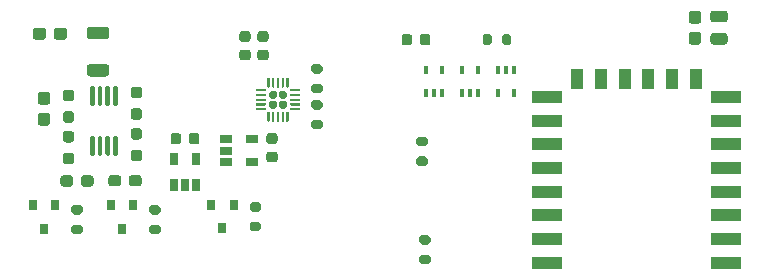
<source format=gbr>
%TF.GenerationSoftware,KiCad,Pcbnew,5.1.9-73d0e3b20d~88~ubuntu20.04.1*%
%TF.CreationDate,2021-03-15T23:00:21-05:00*%
%TF.ProjectId,portalgun,706f7274-616c-4677-956e-2e6b69636164,Draft A*%
%TF.SameCoordinates,Original*%
%TF.FileFunction,Paste,Top*%
%TF.FilePolarity,Positive*%
%FSLAX46Y46*%
G04 Gerber Fmt 4.6, Leading zero omitted, Abs format (unit mm)*
G04 Created by KiCad (PCBNEW 5.1.9-73d0e3b20d~88~ubuntu20.04.1) date 2021-03-15 23:00:21*
%MOMM*%
%LPD*%
G01*
G04 APERTURE LIST*
%ADD10R,0.800000X0.900000*%
%ADD11R,0.400000X0.650000*%
%ADD12R,0.650000X1.060000*%
%ADD13R,1.060000X0.650000*%
%ADD14R,2.500000X1.000000*%
%ADD15R,1.000000X1.800000*%
G04 APERTURE END LIST*
%TO.C,C11*%
G36*
G01*
X240051001Y-96195000D02*
X239500999Y-96195000D01*
G75*
G02*
X239251000Y-95945001I0J249999D01*
G01*
X239251000Y-95319999D01*
G75*
G02*
X239500999Y-95070000I249999J0D01*
G01*
X240051001Y-95070000D01*
G75*
G02*
X240301000Y-95319999I0J-249999D01*
G01*
X240301000Y-95945001D01*
G75*
G02*
X240051001Y-96195000I-249999J0D01*
G01*
G37*
G36*
G01*
X240051001Y-97970000D02*
X239500999Y-97970000D01*
G75*
G02*
X239251000Y-97720001I0J249999D01*
G01*
X239251000Y-97094999D01*
G75*
G02*
X239500999Y-96845000I249999J0D01*
G01*
X240051001Y-96845000D01*
G75*
G02*
X240301000Y-97094999I0J-249999D01*
G01*
X240301000Y-97720001D01*
G75*
G02*
X240051001Y-97970000I-249999J0D01*
G01*
G37*
%TD*%
%TO.C,R6*%
G36*
G01*
X217191000Y-114891000D02*
X216641000Y-114891000D01*
G75*
G02*
X216441000Y-114691000I0J200000D01*
G01*
X216441000Y-114291000D01*
G75*
G02*
X216641000Y-114091000I200000J0D01*
G01*
X217191000Y-114091000D01*
G75*
G02*
X217391000Y-114291000I0J-200000D01*
G01*
X217391000Y-114691000D01*
G75*
G02*
X217191000Y-114891000I-200000J0D01*
G01*
G37*
G36*
G01*
X217191000Y-116541000D02*
X216641000Y-116541000D01*
G75*
G02*
X216441000Y-116341000I0J200000D01*
G01*
X216441000Y-115941000D01*
G75*
G02*
X216641000Y-115741000I200000J0D01*
G01*
X217191000Y-115741000D01*
G75*
G02*
X217391000Y-115941000I0J-200000D01*
G01*
X217391000Y-116341000D01*
G75*
G02*
X217191000Y-116541000I-200000J0D01*
G01*
G37*
%TD*%
%TO.C,R9*%
G36*
G01*
X216937000Y-106572000D02*
X216387000Y-106572000D01*
G75*
G02*
X216187000Y-106372000I0J200000D01*
G01*
X216187000Y-105972000D01*
G75*
G02*
X216387000Y-105772000I200000J0D01*
G01*
X216937000Y-105772000D01*
G75*
G02*
X217137000Y-105972000I0J-200000D01*
G01*
X217137000Y-106372000D01*
G75*
G02*
X216937000Y-106572000I-200000J0D01*
G01*
G37*
G36*
G01*
X216937000Y-108222000D02*
X216387000Y-108222000D01*
G75*
G02*
X216187000Y-108022000I0J200000D01*
G01*
X216187000Y-107622000D01*
G75*
G02*
X216387000Y-107422000I200000J0D01*
G01*
X216937000Y-107422000D01*
G75*
G02*
X217137000Y-107622000I0J-200000D01*
G01*
X217137000Y-108022000D01*
G75*
G02*
X216937000Y-108222000I-200000J0D01*
G01*
G37*
%TD*%
D10*
%TO.C,Q3*%
X199756000Y-113514000D03*
X198806000Y-111514000D03*
X200706000Y-111514000D03*
%TD*%
%TO.C,Q2*%
X191262000Y-113522000D03*
X190312000Y-111522000D03*
X192212000Y-111522000D03*
%TD*%
%TO.C,Q1*%
X184658000Y-113522000D03*
X183708000Y-111522000D03*
X185608000Y-111522000D03*
%TD*%
%TO.C,C9*%
G36*
G01*
X215829000Y-97286000D02*
X215829000Y-97786000D01*
G75*
G02*
X215604000Y-98011000I-225000J0D01*
G01*
X215154000Y-98011000D01*
G75*
G02*
X214929000Y-97786000I0J225000D01*
G01*
X214929000Y-97286000D01*
G75*
G02*
X215154000Y-97061000I225000J0D01*
G01*
X215604000Y-97061000D01*
G75*
G02*
X215829000Y-97286000I0J-225000D01*
G01*
G37*
G36*
G01*
X217379000Y-97286000D02*
X217379000Y-97786000D01*
G75*
G02*
X217154000Y-98011000I-225000J0D01*
G01*
X216704000Y-98011000D01*
G75*
G02*
X216479000Y-97786000I0J225000D01*
G01*
X216479000Y-97286000D01*
G75*
G02*
X216704000Y-97061000I225000J0D01*
G01*
X217154000Y-97061000D01*
G75*
G02*
X217379000Y-97286000I0J-225000D01*
G01*
G37*
%TD*%
%TO.C,R5*%
G36*
G01*
X223437000Y-97811000D02*
X223437000Y-97261000D01*
G75*
G02*
X223637000Y-97061000I200000J0D01*
G01*
X224037000Y-97061000D01*
G75*
G02*
X224237000Y-97261000I0J-200000D01*
G01*
X224237000Y-97811000D01*
G75*
G02*
X224037000Y-98011000I-200000J0D01*
G01*
X223637000Y-98011000D01*
G75*
G02*
X223437000Y-97811000I0J200000D01*
G01*
G37*
G36*
G01*
X221787000Y-97811000D02*
X221787000Y-97261000D01*
G75*
G02*
X221987000Y-97061000I200000J0D01*
G01*
X222387000Y-97061000D01*
G75*
G02*
X222587000Y-97261000I0J-200000D01*
G01*
X222587000Y-97811000D01*
G75*
G02*
X222387000Y-98011000I-200000J0D01*
G01*
X221987000Y-98011000D01*
G75*
G02*
X221787000Y-97811000I0J200000D01*
G01*
G37*
%TD*%
D11*
%TO.C,U8*%
X224424000Y-102042000D03*
X223124000Y-102042000D03*
X223774000Y-100142000D03*
X223124000Y-100142000D03*
X224424000Y-100142000D03*
%TD*%
%TO.C,U7*%
X220076000Y-100142000D03*
X221376000Y-100142000D03*
X220726000Y-102042000D03*
X221376000Y-102042000D03*
X220076000Y-102042000D03*
%TD*%
%TO.C,U6*%
X217028000Y-100142000D03*
X218328000Y-100142000D03*
X217678000Y-102042000D03*
X218328000Y-102042000D03*
X217028000Y-102042000D03*
%TD*%
%TO.C,C8*%
G36*
G01*
X196921000Y-106168000D02*
X196921000Y-105668000D01*
G75*
G02*
X197146000Y-105443000I225000J0D01*
G01*
X197596000Y-105443000D01*
G75*
G02*
X197821000Y-105668000I0J-225000D01*
G01*
X197821000Y-106168000D01*
G75*
G02*
X197596000Y-106393000I-225000J0D01*
G01*
X197146000Y-106393000D01*
G75*
G02*
X196921000Y-106168000I0J225000D01*
G01*
G37*
G36*
G01*
X195371000Y-106168000D02*
X195371000Y-105668000D01*
G75*
G02*
X195596000Y-105443000I225000J0D01*
G01*
X196046000Y-105443000D01*
G75*
G02*
X196271000Y-105668000I0J-225000D01*
G01*
X196271000Y-106168000D01*
G75*
G02*
X196046000Y-106393000I-225000J0D01*
G01*
X195596000Y-106393000D01*
G75*
G02*
X195371000Y-106168000I0J225000D01*
G01*
G37*
%TD*%
D12*
%TO.C,U3*%
X195646000Y-107612000D03*
X197546000Y-107612000D03*
X197546000Y-109812000D03*
X196596000Y-109812000D03*
X195646000Y-109812000D03*
%TD*%
D13*
%TO.C,U5*%
X202268000Y-105984000D03*
X202268000Y-107884000D03*
X200068000Y-107884000D03*
X200068000Y-106934000D03*
X200068000Y-105984000D03*
%TD*%
%TO.C,C10*%
G36*
G01*
X203712000Y-107005000D02*
X204212000Y-107005000D01*
G75*
G02*
X204437000Y-107230000I0J-225000D01*
G01*
X204437000Y-107680000D01*
G75*
G02*
X204212000Y-107905000I-225000J0D01*
G01*
X203712000Y-107905000D01*
G75*
G02*
X203487000Y-107680000I0J225000D01*
G01*
X203487000Y-107230000D01*
G75*
G02*
X203712000Y-107005000I225000J0D01*
G01*
G37*
G36*
G01*
X203712000Y-105455000D02*
X204212000Y-105455000D01*
G75*
G02*
X204437000Y-105680000I0J-225000D01*
G01*
X204437000Y-106130000D01*
G75*
G02*
X204212000Y-106355000I-225000J0D01*
G01*
X203712000Y-106355000D01*
G75*
G02*
X203487000Y-106130000I0J225000D01*
G01*
X203487000Y-105680000D01*
G75*
G02*
X203712000Y-105455000I225000J0D01*
G01*
G37*
%TD*%
%TO.C,R16*%
G36*
G01*
X207497000Y-104311000D02*
X208047000Y-104311000D01*
G75*
G02*
X208247000Y-104511000I0J-200000D01*
G01*
X208247000Y-104911000D01*
G75*
G02*
X208047000Y-105111000I-200000J0D01*
G01*
X207497000Y-105111000D01*
G75*
G02*
X207297000Y-104911000I0J200000D01*
G01*
X207297000Y-104511000D01*
G75*
G02*
X207497000Y-104311000I200000J0D01*
G01*
G37*
G36*
G01*
X207497000Y-102661000D02*
X208047000Y-102661000D01*
G75*
G02*
X208247000Y-102861000I0J-200000D01*
G01*
X208247000Y-103261000D01*
G75*
G02*
X208047000Y-103461000I-200000J0D01*
G01*
X207497000Y-103461000D01*
G75*
G02*
X207297000Y-103261000I0J200000D01*
G01*
X207297000Y-102861000D01*
G75*
G02*
X207497000Y-102661000I200000J0D01*
G01*
G37*
%TD*%
%TO.C,R15*%
G36*
G01*
X207497000Y-101263000D02*
X208047000Y-101263000D01*
G75*
G02*
X208247000Y-101463000I0J-200000D01*
G01*
X208247000Y-101863000D01*
G75*
G02*
X208047000Y-102063000I-200000J0D01*
G01*
X207497000Y-102063000D01*
G75*
G02*
X207297000Y-101863000I0J200000D01*
G01*
X207297000Y-101463000D01*
G75*
G02*
X207497000Y-101263000I200000J0D01*
G01*
G37*
G36*
G01*
X207497000Y-99613000D02*
X208047000Y-99613000D01*
G75*
G02*
X208247000Y-99813000I0J-200000D01*
G01*
X208247000Y-100213000D01*
G75*
G02*
X208047000Y-100413000I-200000J0D01*
G01*
X207497000Y-100413000D01*
G75*
G02*
X207297000Y-100213000I0J200000D01*
G01*
X207297000Y-99813000D01*
G75*
G02*
X207497000Y-99613000I200000J0D01*
G01*
G37*
%TD*%
%TO.C,C4*%
G36*
G01*
X201926000Y-97719000D02*
X201426000Y-97719000D01*
G75*
G02*
X201201000Y-97494000I0J225000D01*
G01*
X201201000Y-97044000D01*
G75*
G02*
X201426000Y-96819000I225000J0D01*
G01*
X201926000Y-96819000D01*
G75*
G02*
X202151000Y-97044000I0J-225000D01*
G01*
X202151000Y-97494000D01*
G75*
G02*
X201926000Y-97719000I-225000J0D01*
G01*
G37*
G36*
G01*
X201926000Y-99269000D02*
X201426000Y-99269000D01*
G75*
G02*
X201201000Y-99044000I0J225000D01*
G01*
X201201000Y-98594000D01*
G75*
G02*
X201426000Y-98369000I225000J0D01*
G01*
X201926000Y-98369000D01*
G75*
G02*
X202151000Y-98594000I0J-225000D01*
G01*
X202151000Y-99044000D01*
G75*
G02*
X201926000Y-99269000I-225000J0D01*
G01*
G37*
%TD*%
%TO.C,C2*%
G36*
G01*
X242283000Y-96070000D02*
X241333000Y-96070000D01*
G75*
G02*
X241083000Y-95820000I0J250000D01*
G01*
X241083000Y-95320000D01*
G75*
G02*
X241333000Y-95070000I250000J0D01*
G01*
X242283000Y-95070000D01*
G75*
G02*
X242533000Y-95320000I0J-250000D01*
G01*
X242533000Y-95820000D01*
G75*
G02*
X242283000Y-96070000I-250000J0D01*
G01*
G37*
G36*
G01*
X242283000Y-97970000D02*
X241333000Y-97970000D01*
G75*
G02*
X241083000Y-97720000I0J250000D01*
G01*
X241083000Y-97220000D01*
G75*
G02*
X241333000Y-96970000I250000J0D01*
G01*
X242283000Y-96970000D01*
G75*
G02*
X242533000Y-97220000I0J-250000D01*
G01*
X242533000Y-97720000D01*
G75*
G02*
X242283000Y-97970000I-250000J0D01*
G01*
G37*
%TD*%
D14*
%TO.C,U2*%
X227223000Y-116403000D03*
X227223000Y-114403000D03*
X227223000Y-112403000D03*
X227223000Y-110403000D03*
X227223000Y-108403000D03*
X227223000Y-106403000D03*
X227223000Y-104403000D03*
X227223000Y-102403000D03*
D15*
X229823000Y-100903000D03*
X231823000Y-100903000D03*
X233823000Y-100903000D03*
X235823000Y-100903000D03*
X237823000Y-100903000D03*
X239823000Y-100903000D03*
D14*
X242423000Y-102403000D03*
X242423000Y-104403000D03*
X242423000Y-106403000D03*
X242423000Y-108403000D03*
X242423000Y-110403000D03*
X242423000Y-112403000D03*
X242423000Y-114403000D03*
X242423000Y-116403000D03*
%TD*%
%TO.C,R11*%
G36*
G01*
X187727000Y-112343000D02*
X187177000Y-112343000D01*
G75*
G02*
X186977000Y-112143000I0J200000D01*
G01*
X186977000Y-111743000D01*
G75*
G02*
X187177000Y-111543000I200000J0D01*
G01*
X187727000Y-111543000D01*
G75*
G02*
X187927000Y-111743000I0J-200000D01*
G01*
X187927000Y-112143000D01*
G75*
G02*
X187727000Y-112343000I-200000J0D01*
G01*
G37*
G36*
G01*
X187727000Y-113993000D02*
X187177000Y-113993000D01*
G75*
G02*
X186977000Y-113793000I0J200000D01*
G01*
X186977000Y-113393000D01*
G75*
G02*
X187177000Y-113193000I200000J0D01*
G01*
X187727000Y-113193000D01*
G75*
G02*
X187927000Y-113393000I0J-200000D01*
G01*
X187927000Y-113793000D01*
G75*
G02*
X187727000Y-113993000I-200000J0D01*
G01*
G37*
%TD*%
%TO.C,R10*%
G36*
G01*
X194331000Y-112351000D02*
X193781000Y-112351000D01*
G75*
G02*
X193581000Y-112151000I0J200000D01*
G01*
X193581000Y-111751000D01*
G75*
G02*
X193781000Y-111551000I200000J0D01*
G01*
X194331000Y-111551000D01*
G75*
G02*
X194531000Y-111751000I0J-200000D01*
G01*
X194531000Y-112151000D01*
G75*
G02*
X194331000Y-112351000I-200000J0D01*
G01*
G37*
G36*
G01*
X194331000Y-114001000D02*
X193781000Y-114001000D01*
G75*
G02*
X193581000Y-113801000I0J200000D01*
G01*
X193581000Y-113401000D01*
G75*
G02*
X193781000Y-113201000I200000J0D01*
G01*
X194331000Y-113201000D01*
G75*
G02*
X194531000Y-113401000I0J-200000D01*
G01*
X194531000Y-113801000D01*
G75*
G02*
X194331000Y-114001000I-200000J0D01*
G01*
G37*
%TD*%
%TO.C,R8*%
G36*
G01*
X202825000Y-112089000D02*
X202275000Y-112089000D01*
G75*
G02*
X202075000Y-111889000I0J200000D01*
G01*
X202075000Y-111489000D01*
G75*
G02*
X202275000Y-111289000I200000J0D01*
G01*
X202825000Y-111289000D01*
G75*
G02*
X203025000Y-111489000I0J-200000D01*
G01*
X203025000Y-111889000D01*
G75*
G02*
X202825000Y-112089000I-200000J0D01*
G01*
G37*
G36*
G01*
X202825000Y-113739000D02*
X202275000Y-113739000D01*
G75*
G02*
X202075000Y-113539000I0J200000D01*
G01*
X202075000Y-113139000D01*
G75*
G02*
X202275000Y-112939000I200000J0D01*
G01*
X202825000Y-112939000D01*
G75*
G02*
X203025000Y-113139000I0J-200000D01*
G01*
X203025000Y-113539000D01*
G75*
G02*
X202825000Y-113739000I-200000J0D01*
G01*
G37*
%TD*%
%TO.C,U4*%
G36*
G01*
X203892500Y-102691000D02*
X204227500Y-102691000D01*
G75*
G02*
X204395000Y-102858500I0J-167500D01*
G01*
X204395000Y-103193500D01*
G75*
G02*
X204227500Y-103361000I-167500J0D01*
G01*
X203892500Y-103361000D01*
G75*
G02*
X203725000Y-103193500I0J167500D01*
G01*
X203725000Y-102858500D01*
G75*
G02*
X203892500Y-102691000I167500J0D01*
G01*
G37*
G36*
G01*
X204712500Y-102691000D02*
X205047500Y-102691000D01*
G75*
G02*
X205215000Y-102858500I0J-167500D01*
G01*
X205215000Y-103193500D01*
G75*
G02*
X205047500Y-103361000I-167500J0D01*
G01*
X204712500Y-103361000D01*
G75*
G02*
X204545000Y-103193500I0J167500D01*
G01*
X204545000Y-102858500D01*
G75*
G02*
X204712500Y-102691000I167500J0D01*
G01*
G37*
G36*
G01*
X203892500Y-101871000D02*
X204227500Y-101871000D01*
G75*
G02*
X204395000Y-102038500I0J-167500D01*
G01*
X204395000Y-102373500D01*
G75*
G02*
X204227500Y-102541000I-167500J0D01*
G01*
X203892500Y-102541000D01*
G75*
G02*
X203725000Y-102373500I0J167500D01*
G01*
X203725000Y-102038500D01*
G75*
G02*
X203892500Y-101871000I167500J0D01*
G01*
G37*
G36*
G01*
X204712500Y-101871000D02*
X205047500Y-101871000D01*
G75*
G02*
X205215000Y-102038500I0J-167500D01*
G01*
X205215000Y-102373500D01*
G75*
G02*
X205047500Y-102541000I-167500J0D01*
G01*
X204712500Y-102541000D01*
G75*
G02*
X204545000Y-102373500I0J167500D01*
G01*
X204545000Y-102038500D01*
G75*
G02*
X204712500Y-101871000I167500J0D01*
G01*
G37*
G36*
G01*
X205545000Y-101716000D02*
X206295000Y-101716000D01*
G75*
G02*
X206345000Y-101766000I0J-50000D01*
G01*
X206345000Y-101866000D01*
G75*
G02*
X206295000Y-101916000I-50000J0D01*
G01*
X205545000Y-101916000D01*
G75*
G02*
X205495000Y-101866000I0J50000D01*
G01*
X205495000Y-101766000D01*
G75*
G02*
X205545000Y-101716000I50000J0D01*
G01*
G37*
G36*
G01*
X205545000Y-102116000D02*
X206295000Y-102116000D01*
G75*
G02*
X206345000Y-102166000I0J-50000D01*
G01*
X206345000Y-102266000D01*
G75*
G02*
X206295000Y-102316000I-50000J0D01*
G01*
X205545000Y-102316000D01*
G75*
G02*
X205495000Y-102266000I0J50000D01*
G01*
X205495000Y-102166000D01*
G75*
G02*
X205545000Y-102116000I50000J0D01*
G01*
G37*
G36*
G01*
X205545000Y-102516000D02*
X206295000Y-102516000D01*
G75*
G02*
X206345000Y-102566000I0J-50000D01*
G01*
X206345000Y-102666000D01*
G75*
G02*
X206295000Y-102716000I-50000J0D01*
G01*
X205545000Y-102716000D01*
G75*
G02*
X205495000Y-102666000I0J50000D01*
G01*
X205495000Y-102566000D01*
G75*
G02*
X205545000Y-102516000I50000J0D01*
G01*
G37*
G36*
G01*
X205545000Y-102916000D02*
X206295000Y-102916000D01*
G75*
G02*
X206345000Y-102966000I0J-50000D01*
G01*
X206345000Y-103066000D01*
G75*
G02*
X206295000Y-103116000I-50000J0D01*
G01*
X205545000Y-103116000D01*
G75*
G02*
X205495000Y-103066000I0J50000D01*
G01*
X205495000Y-102966000D01*
G75*
G02*
X205545000Y-102916000I50000J0D01*
G01*
G37*
G36*
G01*
X205545000Y-103316000D02*
X206295000Y-103316000D01*
G75*
G02*
X206345000Y-103366000I0J-50000D01*
G01*
X206345000Y-103466000D01*
G75*
G02*
X206295000Y-103516000I-50000J0D01*
G01*
X205545000Y-103516000D01*
G75*
G02*
X205495000Y-103466000I0J50000D01*
G01*
X205495000Y-103366000D01*
G75*
G02*
X205545000Y-103316000I50000J0D01*
G01*
G37*
G36*
G01*
X205220000Y-103641000D02*
X205320000Y-103641000D01*
G75*
G02*
X205370000Y-103691000I0J-50000D01*
G01*
X205370000Y-104441000D01*
G75*
G02*
X205320000Y-104491000I-50000J0D01*
G01*
X205220000Y-104491000D01*
G75*
G02*
X205170000Y-104441000I0J50000D01*
G01*
X205170000Y-103691000D01*
G75*
G02*
X205220000Y-103641000I50000J0D01*
G01*
G37*
G36*
G01*
X204820000Y-103641000D02*
X204920000Y-103641000D01*
G75*
G02*
X204970000Y-103691000I0J-50000D01*
G01*
X204970000Y-104441000D01*
G75*
G02*
X204920000Y-104491000I-50000J0D01*
G01*
X204820000Y-104491000D01*
G75*
G02*
X204770000Y-104441000I0J50000D01*
G01*
X204770000Y-103691000D01*
G75*
G02*
X204820000Y-103641000I50000J0D01*
G01*
G37*
G36*
G01*
X204420000Y-103641000D02*
X204520000Y-103641000D01*
G75*
G02*
X204570000Y-103691000I0J-50000D01*
G01*
X204570000Y-104441000D01*
G75*
G02*
X204520000Y-104491000I-50000J0D01*
G01*
X204420000Y-104491000D01*
G75*
G02*
X204370000Y-104441000I0J50000D01*
G01*
X204370000Y-103691000D01*
G75*
G02*
X204420000Y-103641000I50000J0D01*
G01*
G37*
G36*
G01*
X204020000Y-103641000D02*
X204120000Y-103641000D01*
G75*
G02*
X204170000Y-103691000I0J-50000D01*
G01*
X204170000Y-104441000D01*
G75*
G02*
X204120000Y-104491000I-50000J0D01*
G01*
X204020000Y-104491000D01*
G75*
G02*
X203970000Y-104441000I0J50000D01*
G01*
X203970000Y-103691000D01*
G75*
G02*
X204020000Y-103641000I50000J0D01*
G01*
G37*
G36*
G01*
X203620000Y-103641000D02*
X203720000Y-103641000D01*
G75*
G02*
X203770000Y-103691000I0J-50000D01*
G01*
X203770000Y-104441000D01*
G75*
G02*
X203720000Y-104491000I-50000J0D01*
G01*
X203620000Y-104491000D01*
G75*
G02*
X203570000Y-104441000I0J50000D01*
G01*
X203570000Y-103691000D01*
G75*
G02*
X203620000Y-103641000I50000J0D01*
G01*
G37*
G36*
G01*
X202645000Y-103316000D02*
X203395000Y-103316000D01*
G75*
G02*
X203445000Y-103366000I0J-50000D01*
G01*
X203445000Y-103466000D01*
G75*
G02*
X203395000Y-103516000I-50000J0D01*
G01*
X202645000Y-103516000D01*
G75*
G02*
X202595000Y-103466000I0J50000D01*
G01*
X202595000Y-103366000D01*
G75*
G02*
X202645000Y-103316000I50000J0D01*
G01*
G37*
G36*
G01*
X202645000Y-102916000D02*
X203395000Y-102916000D01*
G75*
G02*
X203445000Y-102966000I0J-50000D01*
G01*
X203445000Y-103066000D01*
G75*
G02*
X203395000Y-103116000I-50000J0D01*
G01*
X202645000Y-103116000D01*
G75*
G02*
X202595000Y-103066000I0J50000D01*
G01*
X202595000Y-102966000D01*
G75*
G02*
X202645000Y-102916000I50000J0D01*
G01*
G37*
G36*
G01*
X202645000Y-102516000D02*
X203395000Y-102516000D01*
G75*
G02*
X203445000Y-102566000I0J-50000D01*
G01*
X203445000Y-102666000D01*
G75*
G02*
X203395000Y-102716000I-50000J0D01*
G01*
X202645000Y-102716000D01*
G75*
G02*
X202595000Y-102666000I0J50000D01*
G01*
X202595000Y-102566000D01*
G75*
G02*
X202645000Y-102516000I50000J0D01*
G01*
G37*
G36*
G01*
X202645000Y-102116000D02*
X203395000Y-102116000D01*
G75*
G02*
X203445000Y-102166000I0J-50000D01*
G01*
X203445000Y-102266000D01*
G75*
G02*
X203395000Y-102316000I-50000J0D01*
G01*
X202645000Y-102316000D01*
G75*
G02*
X202595000Y-102266000I0J50000D01*
G01*
X202595000Y-102166000D01*
G75*
G02*
X202645000Y-102116000I50000J0D01*
G01*
G37*
G36*
G01*
X202645000Y-101716000D02*
X203395000Y-101716000D01*
G75*
G02*
X203445000Y-101766000I0J-50000D01*
G01*
X203445000Y-101866000D01*
G75*
G02*
X203395000Y-101916000I-50000J0D01*
G01*
X202645000Y-101916000D01*
G75*
G02*
X202595000Y-101866000I0J50000D01*
G01*
X202595000Y-101766000D01*
G75*
G02*
X202645000Y-101716000I50000J0D01*
G01*
G37*
G36*
G01*
X203620000Y-100741000D02*
X203720000Y-100741000D01*
G75*
G02*
X203770000Y-100791000I0J-50000D01*
G01*
X203770000Y-101541000D01*
G75*
G02*
X203720000Y-101591000I-50000J0D01*
G01*
X203620000Y-101591000D01*
G75*
G02*
X203570000Y-101541000I0J50000D01*
G01*
X203570000Y-100791000D01*
G75*
G02*
X203620000Y-100741000I50000J0D01*
G01*
G37*
G36*
G01*
X204020000Y-100741000D02*
X204120000Y-100741000D01*
G75*
G02*
X204170000Y-100791000I0J-50000D01*
G01*
X204170000Y-101541000D01*
G75*
G02*
X204120000Y-101591000I-50000J0D01*
G01*
X204020000Y-101591000D01*
G75*
G02*
X203970000Y-101541000I0J50000D01*
G01*
X203970000Y-100791000D01*
G75*
G02*
X204020000Y-100741000I50000J0D01*
G01*
G37*
G36*
G01*
X204420000Y-100741000D02*
X204520000Y-100741000D01*
G75*
G02*
X204570000Y-100791000I0J-50000D01*
G01*
X204570000Y-101541000D01*
G75*
G02*
X204520000Y-101591000I-50000J0D01*
G01*
X204420000Y-101591000D01*
G75*
G02*
X204370000Y-101541000I0J50000D01*
G01*
X204370000Y-100791000D01*
G75*
G02*
X204420000Y-100741000I50000J0D01*
G01*
G37*
G36*
G01*
X204820000Y-100741000D02*
X204920000Y-100741000D01*
G75*
G02*
X204970000Y-100791000I0J-50000D01*
G01*
X204970000Y-101541000D01*
G75*
G02*
X204920000Y-101591000I-50000J0D01*
G01*
X204820000Y-101591000D01*
G75*
G02*
X204770000Y-101541000I0J50000D01*
G01*
X204770000Y-100791000D01*
G75*
G02*
X204820000Y-100741000I50000J0D01*
G01*
G37*
G36*
G01*
X205220000Y-100741000D02*
X205320000Y-100741000D01*
G75*
G02*
X205370000Y-100791000I0J-50000D01*
G01*
X205370000Y-101541000D01*
G75*
G02*
X205320000Y-101591000I-50000J0D01*
G01*
X205220000Y-101591000D01*
G75*
G02*
X205170000Y-101541000I0J50000D01*
G01*
X205170000Y-100791000D01*
G75*
G02*
X205220000Y-100741000I50000J0D01*
G01*
G37*
%TD*%
%TO.C,C3*%
G36*
G01*
X203450000Y-97719000D02*
X202950000Y-97719000D01*
G75*
G02*
X202725000Y-97494000I0J225000D01*
G01*
X202725000Y-97044000D01*
G75*
G02*
X202950000Y-96819000I225000J0D01*
G01*
X203450000Y-96819000D01*
G75*
G02*
X203675000Y-97044000I0J-225000D01*
G01*
X203675000Y-97494000D01*
G75*
G02*
X203450000Y-97719000I-225000J0D01*
G01*
G37*
G36*
G01*
X203450000Y-99269000D02*
X202950000Y-99269000D01*
G75*
G02*
X202725000Y-99044000I0J225000D01*
G01*
X202725000Y-98594000D01*
G75*
G02*
X202950000Y-98369000I225000J0D01*
G01*
X203450000Y-98369000D01*
G75*
G02*
X203675000Y-98594000I0J-225000D01*
G01*
X203675000Y-99044000D01*
G75*
G02*
X203450000Y-99269000I-225000J0D01*
G01*
G37*
%TD*%
%TO.C,U1*%
G36*
G01*
X188859000Y-103116000D02*
X188659000Y-103116000D01*
G75*
G02*
X188559000Y-103016000I0J100000D01*
G01*
X188559000Y-101591000D01*
G75*
G02*
X188659000Y-101491000I100000J0D01*
G01*
X188859000Y-101491000D01*
G75*
G02*
X188959000Y-101591000I0J-100000D01*
G01*
X188959000Y-103016000D01*
G75*
G02*
X188859000Y-103116000I-100000J0D01*
G01*
G37*
G36*
G01*
X189509000Y-103116000D02*
X189309000Y-103116000D01*
G75*
G02*
X189209000Y-103016000I0J100000D01*
G01*
X189209000Y-101591000D01*
G75*
G02*
X189309000Y-101491000I100000J0D01*
G01*
X189509000Y-101491000D01*
G75*
G02*
X189609000Y-101591000I0J-100000D01*
G01*
X189609000Y-103016000D01*
G75*
G02*
X189509000Y-103116000I-100000J0D01*
G01*
G37*
G36*
G01*
X190159000Y-103116000D02*
X189959000Y-103116000D01*
G75*
G02*
X189859000Y-103016000I0J100000D01*
G01*
X189859000Y-101591000D01*
G75*
G02*
X189959000Y-101491000I100000J0D01*
G01*
X190159000Y-101491000D01*
G75*
G02*
X190259000Y-101591000I0J-100000D01*
G01*
X190259000Y-103016000D01*
G75*
G02*
X190159000Y-103116000I-100000J0D01*
G01*
G37*
G36*
G01*
X190809000Y-103116000D02*
X190609000Y-103116000D01*
G75*
G02*
X190509000Y-103016000I0J100000D01*
G01*
X190509000Y-101591000D01*
G75*
G02*
X190609000Y-101491000I100000J0D01*
G01*
X190809000Y-101491000D01*
G75*
G02*
X190909000Y-101591000I0J-100000D01*
G01*
X190909000Y-103016000D01*
G75*
G02*
X190809000Y-103116000I-100000J0D01*
G01*
G37*
G36*
G01*
X190809000Y-107341000D02*
X190609000Y-107341000D01*
G75*
G02*
X190509000Y-107241000I0J100000D01*
G01*
X190509000Y-105816000D01*
G75*
G02*
X190609000Y-105716000I100000J0D01*
G01*
X190809000Y-105716000D01*
G75*
G02*
X190909000Y-105816000I0J-100000D01*
G01*
X190909000Y-107241000D01*
G75*
G02*
X190809000Y-107341000I-100000J0D01*
G01*
G37*
G36*
G01*
X190159000Y-107341000D02*
X189959000Y-107341000D01*
G75*
G02*
X189859000Y-107241000I0J100000D01*
G01*
X189859000Y-105816000D01*
G75*
G02*
X189959000Y-105716000I100000J0D01*
G01*
X190159000Y-105716000D01*
G75*
G02*
X190259000Y-105816000I0J-100000D01*
G01*
X190259000Y-107241000D01*
G75*
G02*
X190159000Y-107341000I-100000J0D01*
G01*
G37*
G36*
G01*
X189509000Y-107341000D02*
X189309000Y-107341000D01*
G75*
G02*
X189209000Y-107241000I0J100000D01*
G01*
X189209000Y-105816000D01*
G75*
G02*
X189309000Y-105716000I100000J0D01*
G01*
X189509000Y-105716000D01*
G75*
G02*
X189609000Y-105816000I0J-100000D01*
G01*
X189609000Y-107241000D01*
G75*
G02*
X189509000Y-107341000I-100000J0D01*
G01*
G37*
G36*
G01*
X188859000Y-107341000D02*
X188659000Y-107341000D01*
G75*
G02*
X188559000Y-107241000I0J100000D01*
G01*
X188559000Y-105816000D01*
G75*
G02*
X188659000Y-105716000I100000J0D01*
G01*
X188859000Y-105716000D01*
G75*
G02*
X188959000Y-105816000I0J-100000D01*
G01*
X188959000Y-107241000D01*
G75*
G02*
X188859000Y-107341000I-100000J0D01*
G01*
G37*
%TD*%
%TO.C,R4*%
G36*
G01*
X186496500Y-107091000D02*
X186971500Y-107091000D01*
G75*
G02*
X187209000Y-107328500I0J-237500D01*
G01*
X187209000Y-107828500D01*
G75*
G02*
X186971500Y-108066000I-237500J0D01*
G01*
X186496500Y-108066000D01*
G75*
G02*
X186259000Y-107828500I0J237500D01*
G01*
X186259000Y-107328500D01*
G75*
G02*
X186496500Y-107091000I237500J0D01*
G01*
G37*
G36*
G01*
X186496500Y-105266000D02*
X186971500Y-105266000D01*
G75*
G02*
X187209000Y-105503500I0J-237500D01*
G01*
X187209000Y-106003500D01*
G75*
G02*
X186971500Y-106241000I-237500J0D01*
G01*
X186496500Y-106241000D01*
G75*
G02*
X186259000Y-106003500I0J237500D01*
G01*
X186259000Y-105503500D01*
G75*
G02*
X186496500Y-105266000I237500J0D01*
G01*
G37*
%TD*%
%TO.C,R2*%
G36*
G01*
X186496500Y-103591000D02*
X186971500Y-103591000D01*
G75*
G02*
X187209000Y-103828500I0J-237500D01*
G01*
X187209000Y-104328500D01*
G75*
G02*
X186971500Y-104566000I-237500J0D01*
G01*
X186496500Y-104566000D01*
G75*
G02*
X186259000Y-104328500I0J237500D01*
G01*
X186259000Y-103828500D01*
G75*
G02*
X186496500Y-103591000I237500J0D01*
G01*
G37*
G36*
G01*
X186496500Y-101766000D02*
X186971500Y-101766000D01*
G75*
G02*
X187209000Y-102003500I0J-237500D01*
G01*
X187209000Y-102503500D01*
G75*
G02*
X186971500Y-102741000I-237500J0D01*
G01*
X186496500Y-102741000D01*
G75*
G02*
X186259000Y-102503500I0J237500D01*
G01*
X186259000Y-102003500D01*
G75*
G02*
X186496500Y-101766000I237500J0D01*
G01*
G37*
%TD*%
%TO.C,R1*%
G36*
G01*
X192246500Y-103341000D02*
X192721500Y-103341000D01*
G75*
G02*
X192959000Y-103578500I0J-237500D01*
G01*
X192959000Y-104078500D01*
G75*
G02*
X192721500Y-104316000I-237500J0D01*
G01*
X192246500Y-104316000D01*
G75*
G02*
X192009000Y-104078500I0J237500D01*
G01*
X192009000Y-103578500D01*
G75*
G02*
X192246500Y-103341000I237500J0D01*
G01*
G37*
G36*
G01*
X192246500Y-101516000D02*
X192721500Y-101516000D01*
G75*
G02*
X192959000Y-101753500I0J-237500D01*
G01*
X192959000Y-102253500D01*
G75*
G02*
X192721500Y-102491000I-237500J0D01*
G01*
X192246500Y-102491000D01*
G75*
G02*
X192009000Y-102253500I0J237500D01*
G01*
X192009000Y-101753500D01*
G75*
G02*
X192246500Y-101516000I237500J0D01*
G01*
G37*
%TD*%
%TO.C,L1*%
G36*
G01*
X188529999Y-99602000D02*
X189930001Y-99602000D01*
G75*
G02*
X190180000Y-99851999I0J-249999D01*
G01*
X190180000Y-100402001D01*
G75*
G02*
X189930001Y-100652000I-249999J0D01*
G01*
X188529999Y-100652000D01*
G75*
G02*
X188280000Y-100402001I0J249999D01*
G01*
X188280000Y-99851999D01*
G75*
G02*
X188529999Y-99602000I249999J0D01*
G01*
G37*
G36*
G01*
X188529999Y-96452000D02*
X189930001Y-96452000D01*
G75*
G02*
X190180000Y-96701999I0J-249999D01*
G01*
X190180000Y-97252001D01*
G75*
G02*
X189930001Y-97502000I-249999J0D01*
G01*
X188529999Y-97502000D01*
G75*
G02*
X188280000Y-97252001I0J249999D01*
G01*
X188280000Y-96701999D01*
G75*
G02*
X188529999Y-96452000I249999J0D01*
G01*
G37*
%TD*%
%TO.C,C7*%
G36*
G01*
X187127000Y-109262500D02*
X187127000Y-109737500D01*
G75*
G02*
X186889500Y-109975000I-237500J0D01*
G01*
X186289500Y-109975000D01*
G75*
G02*
X186052000Y-109737500I0J237500D01*
G01*
X186052000Y-109262500D01*
G75*
G02*
X186289500Y-109025000I237500J0D01*
G01*
X186889500Y-109025000D01*
G75*
G02*
X187127000Y-109262500I0J-237500D01*
G01*
G37*
G36*
G01*
X188852000Y-109262500D02*
X188852000Y-109737500D01*
G75*
G02*
X188614500Y-109975000I-237500J0D01*
G01*
X188014500Y-109975000D01*
G75*
G02*
X187777000Y-109737500I0J237500D01*
G01*
X187777000Y-109262500D01*
G75*
G02*
X188014500Y-109025000I237500J0D01*
G01*
X188614500Y-109025000D01*
G75*
G02*
X188852000Y-109262500I0J-237500D01*
G01*
G37*
%TD*%
%TO.C,C5*%
G36*
G01*
X184382999Y-103703000D02*
X184933001Y-103703000D01*
G75*
G02*
X185183000Y-103952999I0J-249999D01*
G01*
X185183000Y-104578001D01*
G75*
G02*
X184933001Y-104828000I-249999J0D01*
G01*
X184382999Y-104828000D01*
G75*
G02*
X184133000Y-104578001I0J249999D01*
G01*
X184133000Y-103952999D01*
G75*
G02*
X184382999Y-103703000I249999J0D01*
G01*
G37*
G36*
G01*
X184382999Y-101928000D02*
X184933001Y-101928000D01*
G75*
G02*
X185183000Y-102177999I0J-249999D01*
G01*
X185183000Y-102803001D01*
G75*
G02*
X184933001Y-103053000I-249999J0D01*
G01*
X184382999Y-103053000D01*
G75*
G02*
X184133000Y-102803001I0J249999D01*
G01*
X184133000Y-102177999D01*
G75*
G02*
X184382999Y-101928000I249999J0D01*
G01*
G37*
%TD*%
%TO.C,C1*%
G36*
G01*
X184841000Y-96752999D02*
X184841000Y-97303001D01*
G75*
G02*
X184591001Y-97553000I-249999J0D01*
G01*
X183965999Y-97553000D01*
G75*
G02*
X183716000Y-97303001I0J249999D01*
G01*
X183716000Y-96752999D01*
G75*
G02*
X183965999Y-96503000I249999J0D01*
G01*
X184591001Y-96503000D01*
G75*
G02*
X184841000Y-96752999I0J-249999D01*
G01*
G37*
G36*
G01*
X186616000Y-96752999D02*
X186616000Y-97303001D01*
G75*
G02*
X186366001Y-97553000I-249999J0D01*
G01*
X185740999Y-97553000D01*
G75*
G02*
X185491000Y-97303001I0J249999D01*
G01*
X185491000Y-96752999D01*
G75*
G02*
X185740999Y-96503000I249999J0D01*
G01*
X186366001Y-96503000D01*
G75*
G02*
X186616000Y-96752999I0J-249999D01*
G01*
G37*
%TD*%
%TO.C,R3*%
G36*
G01*
X192246500Y-106841000D02*
X192721500Y-106841000D01*
G75*
G02*
X192959000Y-107078500I0J-237500D01*
G01*
X192959000Y-107578500D01*
G75*
G02*
X192721500Y-107816000I-237500J0D01*
G01*
X192246500Y-107816000D01*
G75*
G02*
X192009000Y-107578500I0J237500D01*
G01*
X192009000Y-107078500D01*
G75*
G02*
X192246500Y-106841000I237500J0D01*
G01*
G37*
G36*
G01*
X192246500Y-105016000D02*
X192721500Y-105016000D01*
G75*
G02*
X192959000Y-105253500I0J-237500D01*
G01*
X192959000Y-105753500D01*
G75*
G02*
X192721500Y-105991000I-237500J0D01*
G01*
X192246500Y-105991000D01*
G75*
G02*
X192009000Y-105753500I0J237500D01*
G01*
X192009000Y-105253500D01*
G75*
G02*
X192246500Y-105016000I237500J0D01*
G01*
G37*
%TD*%
%TO.C,C6*%
G36*
G01*
X191841000Y-109711500D02*
X191841000Y-109236500D01*
G75*
G02*
X192078500Y-108999000I237500J0D01*
G01*
X192678500Y-108999000D01*
G75*
G02*
X192916000Y-109236500I0J-237500D01*
G01*
X192916000Y-109711500D01*
G75*
G02*
X192678500Y-109949000I-237500J0D01*
G01*
X192078500Y-109949000D01*
G75*
G02*
X191841000Y-109711500I0J237500D01*
G01*
G37*
G36*
G01*
X190116000Y-109711500D02*
X190116000Y-109236500D01*
G75*
G02*
X190353500Y-108999000I237500J0D01*
G01*
X190953500Y-108999000D01*
G75*
G02*
X191191000Y-109236500I0J-237500D01*
G01*
X191191000Y-109711500D01*
G75*
G02*
X190953500Y-109949000I-237500J0D01*
G01*
X190353500Y-109949000D01*
G75*
G02*
X190116000Y-109711500I0J237500D01*
G01*
G37*
%TD*%
M02*

</source>
